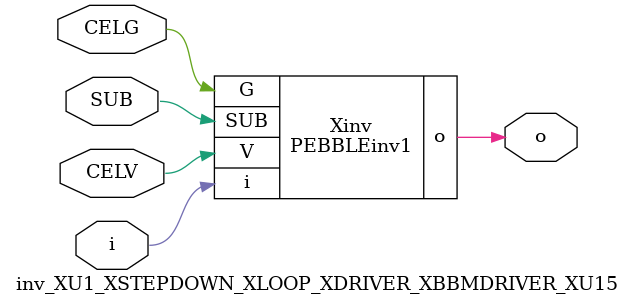
<source format=v>



module PEBBLEinv1 ( o, G, SUB, V, i );

  input V;
  input i;
  input G;
  output o;
  input SUB;
endmodule

//Celera Confidential Do Not Copy inv_XU1_XSTEPDOWN_XLOOP_XDRIVER_XBBMDRIVER_XU15
//Celera Confidential Symbol Generator
//5V Inverter
module inv_XU1_XSTEPDOWN_XLOOP_XDRIVER_XBBMDRIVER_XU15 (CELV,CELG,i,o,SUB);
input CELV;
input CELG;
input i;
input SUB;
output o;

//Celera Confidential Do Not Copy inv
PEBBLEinv1 Xinv(
.V (CELV),
.i (i),
.o (o),
.SUB (SUB),
.G (CELG)
);
//,diesize,PEBBLEinv1

//Celera Confidential Do Not Copy Module End
//Celera Schematic Generator
endmodule

</source>
